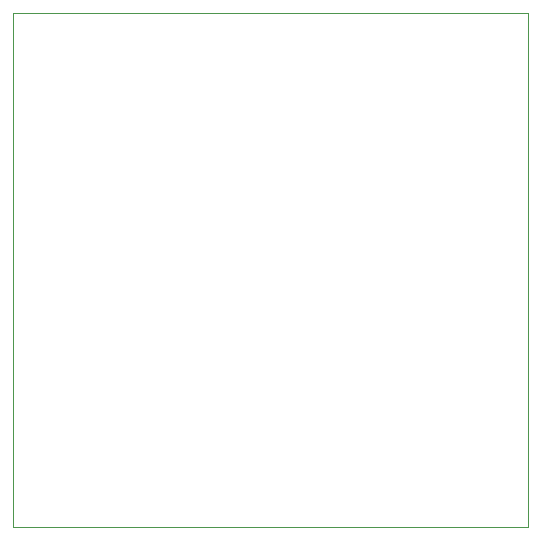
<source format=gbp>
G75*
%MOIN*%
%OFA0B0*%
%FSLAX25Y25*%
%IPPOS*%
%LPD*%
%AMOC8*
5,1,8,0,0,1.08239X$1,22.5*
%
%ADD10C,0.00000*%
D10*
X0001800Y0001800D02*
X0001800Y0173261D01*
X0173501Y0173261D01*
X0173501Y0001800D01*
X0001800Y0001800D01*
M02*

</source>
